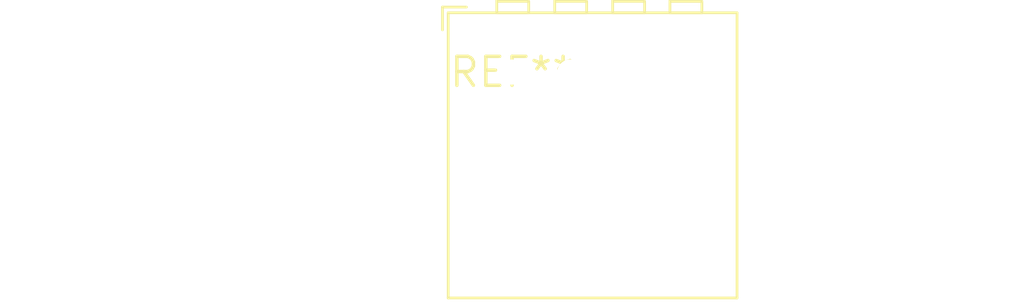
<source format=kicad_pcb>
(kicad_pcb (version 20240108) (generator pcbnew)
  (layers (0 "F.Cu" signal) (31 "B.Cu" signal) (34 "B.Paste" user) (35 "F.Paste" user) (36 "B.SilkS" user "B.Silkscreen") (37 "F.SilkS" user "F.Silkscreen") (38 "B.Mask" user) (39 "F.Mask" user) (44 "Edge.Cuts" user))
  (net 0 "")
  (footprint "TerminalBlock_WAGO_233-504_2x04_P2.54mm" (layer "F.Cu") (at 0 0)
    (property "Reference" "REF**")
    (property "Value" "TerminalBlock_WAGO_233-504_2x04_P2.54mm")
    (fp_line (start -3.05 -2.85) (end -3.05 -1.85) (layer "F.SilkS") (stroke (width 0.12)))
    (fp_line (start -3.05 -2.85) (end -2 -2.85) (layer "F.SilkS") (stroke (width 0.12)))
    (fp_line (start -2.8 -2.6) (end 9.86 -2.6) (layer "F.SilkS") (stroke (width 0.12)))
    (fp_line (start -2.8 9.9) (end -2.8 -2.6) (layer "F.SilkS") (stroke (width 0.12)))
    (fp_line (start 9.86 -2.6) (end 9.86 9.9) (layer "F.SilkS") (stroke (width 0.12)))
    (fp_line (start 9.86 9.9) (end -2.8 9.9) (layer "F.SilkS") (stroke (width 0.12)))
    (fp_rect (start -0.67 -3.1) (end 0.73 -2.6) (layer "F.SilkS") (stroke (width 0.12)) (fill none))
    (fp_rect (start 1.87 -3.1) (end 3.27 -2.6) (layer "F.SilkS") (stroke (width 0.12)) (fill none))
    (fp_rect (start 4.41 -3.1) (end 5.81 -2.6) (layer "F.SilkS") (stroke (width 0.12)) (fill none))
    (fp_rect (start 6.92 -3.098738) (end 8.32 -2.598738) (layer "F.SilkS") (stroke (width 0.12)) (fill none))
    (pad "1" thru_hole roundrect (at 0 0) (size 1.8 3.2) (drill 1.1) (layers *.Cu *.Mask) (remove_unused_layers) (roundrect_rratio 0.1388888889))
    (pad "1" thru_hole roundrect (at 0 5) (size 1.8 3.2) (drill 1.1) (layers *.Cu *.Mask) (remove_unused_layers) (roundrect_rratio 0.1388888889))
    (pad "2" thru_hole oval (at 2.54 0) (size 1.8 3.2) (drill 1.1) (layers *.Cu *.Mask) (remove_unused_layers))
    (pad "2" thru_hole oval (at 2.54 5) (size 1.8 3.2) (drill 1.1) (layers *.Cu *.Mask) (remove_unused_layers))
    (pad "3" thru_hole oval (at 5.08 0) (size 1.8 3.2) (drill 1.1) (layers *.Cu *.Mask) (remove_unused_layers))
    (pad "3" thru_hole oval (at 5.08 5) (size 1.8 3.2) (drill 1.1) (layers *.Cu *.Mask) (remove_unused_layers))
    (pad "4" thru_hole oval (at 7.62 0) (size 1.8 3.2) (drill 1.1) (layers *.Cu *.Mask) (remove_unused_layers))
    (pad "4" thru_hole oval (at 7.62 5) (size 1.8 3.2) (drill 1.1) (layers *.Cu *.Mask) (remove_unused_layers))
  )
)
</source>
